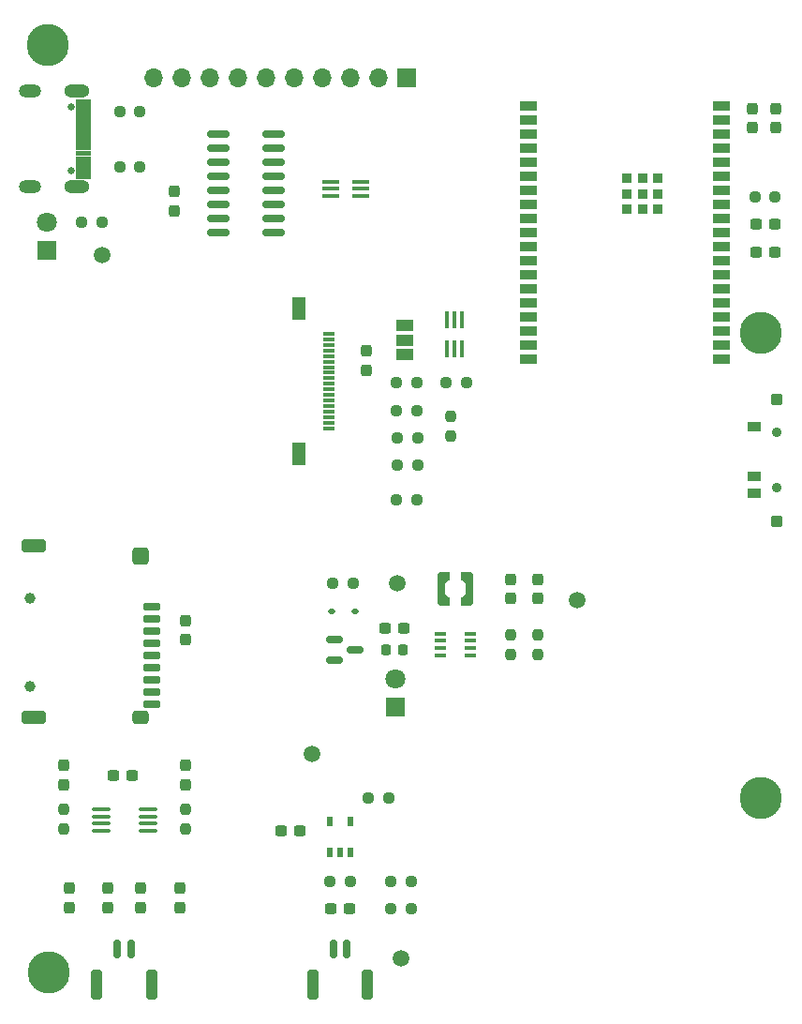
<source format=gbr>
%TF.GenerationSoftware,KiCad,Pcbnew,8.0.7*%
%TF.CreationDate,2025-01-02T12:18:17+01:00*%
%TF.ProjectId,redroid_go,72656472-6f69-4645-9f67-6f2e6b696361,rev?*%
%TF.SameCoordinates,Original*%
%TF.FileFunction,Soldermask,Bot*%
%TF.FilePolarity,Negative*%
%FSLAX46Y46*%
G04 Gerber Fmt 4.6, Leading zero omitted, Abs format (unit mm)*
G04 Created by KiCad (PCBNEW 8.0.7) date 2025-01-02 12:18:17*
%MOMM*%
%LPD*%
G01*
G04 APERTURE LIST*
G04 Aperture macros list*
%AMRoundRect*
0 Rectangle with rounded corners*
0 $1 Rounding radius*
0 $2 $3 $4 $5 $6 $7 $8 $9 X,Y pos of 4 corners*
0 Add a 4 corners polygon primitive as box body*
4,1,4,$2,$3,$4,$5,$6,$7,$8,$9,$2,$3,0*
0 Add four circle primitives for the rounded corners*
1,1,$1+$1,$2,$3*
1,1,$1+$1,$4,$5*
1,1,$1+$1,$6,$7*
1,1,$1+$1,$8,$9*
0 Add four rect primitives between the rounded corners*
20,1,$1+$1,$2,$3,$4,$5,0*
20,1,$1+$1,$4,$5,$6,$7,0*
20,1,$1+$1,$6,$7,$8,$9,0*
20,1,$1+$1,$8,$9,$2,$3,0*%
%AMFreePoly0*
4,1,11,0.760000,0.825000,0.380000,0.510000,0.380000,-0.510000,0.760000,-0.825000,0.760000,-1.525000,-0.125000,-1.525000,-0.380000,-1.270000,-0.380000,1.270000,-0.125000,1.525000,0.760000,1.525000,0.760000,0.825000,0.760000,0.825000,$1*%
G04 Aperture macros list end*
%ADD10C,0.010000*%
%ADD11R,1.004699X0.355600*%
%ADD12R,1.498600X0.889000*%
%ADD13R,0.889000X0.889000*%
%ADD14R,1.000000X0.300000*%
%ADD15R,1.300000X2.000000*%
%ADD16C,1.500000*%
%ADD17C,3.800000*%
%ADD18R,1.700000X1.700000*%
%ADD19O,1.700000X1.700000*%
%ADD20R,1.800000X1.800000*%
%ADD21C,1.800000*%
%ADD22RoundRect,0.237500X-0.300000X-0.237500X0.300000X-0.237500X0.300000X0.237500X-0.300000X0.237500X0*%
%ADD23RoundRect,0.237500X0.250000X0.237500X-0.250000X0.237500X-0.250000X-0.237500X0.250000X-0.237500X0*%
%ADD24RoundRect,0.237500X0.237500X-0.300000X0.237500X0.300000X-0.237500X0.300000X-0.237500X-0.300000X0*%
%ADD25RoundRect,0.237500X0.237500X-0.287500X0.237500X0.287500X-0.237500X0.287500X-0.237500X-0.287500X0*%
%ADD26RoundRect,0.112500X0.187500X0.112500X-0.187500X0.112500X-0.187500X-0.112500X0.187500X-0.112500X0*%
%ADD27R,0.508000X0.914400*%
%ADD28RoundRect,0.237500X-0.237500X0.300000X-0.237500X-0.300000X0.237500X-0.300000X0.237500X0.300000X0*%
%ADD29RoundRect,0.237500X-0.250000X-0.237500X0.250000X-0.237500X0.250000X0.237500X-0.250000X0.237500X0*%
%ADD30RoundRect,0.150000X0.150000X0.700000X-0.150000X0.700000X-0.150000X-0.700000X0.150000X-0.700000X0*%
%ADD31RoundRect,0.250000X0.250000X1.100000X-0.250000X1.100000X-0.250000X-1.100000X0.250000X-1.100000X0*%
%ADD32C,0.650000*%
%ADD33O,2.304000X1.204000*%
%ADD34O,2.004000X1.204000*%
%ADD35C,0.900000*%
%ADD36RoundRect,0.225000X-0.400000X0.225000X-0.400000X-0.225000X0.400000X-0.225000X0.400000X0.225000X0*%
%ADD37RoundRect,0.250000X-0.250000X0.300000X-0.250000X-0.300000X0.250000X-0.300000X0.250000X0.300000X0*%
%ADD38RoundRect,0.100000X0.712500X0.100000X-0.712500X0.100000X-0.712500X-0.100000X0.712500X-0.100000X0*%
%ADD39FreePoly0,0.000000*%
%ADD40FreePoly0,180.000000*%
%ADD41RoundRect,0.150000X-0.825000X-0.150000X0.825000X-0.150000X0.825000X0.150000X-0.825000X0.150000X0*%
%ADD42C,1.000000*%
%ADD43RoundRect,0.175000X0.625000X-0.175000X0.625000X0.175000X-0.625000X0.175000X-0.625000X-0.175000X0*%
%ADD44RoundRect,0.300000X0.450000X-0.300000X0.450000X0.300000X-0.450000X0.300000X-0.450000X-0.300000X0*%
%ADD45RoundRect,0.375000X0.375000X-0.425000X0.375000X0.425000X-0.375000X0.425000X-0.375000X-0.425000X0*%
%ADD46RoundRect,0.300000X0.800000X-0.300000X0.800000X0.300000X-0.800000X0.300000X-0.800000X-0.300000X0*%
%ADD47RoundRect,0.100000X-0.650000X-0.100000X0.650000X-0.100000X0.650000X0.100000X-0.650000X0.100000X0*%
%ADD48RoundRect,0.237500X0.300000X0.237500X-0.300000X0.237500X-0.300000X-0.237500X0.300000X-0.237500X0*%
%ADD49R,1.500000X1.000000*%
%ADD50RoundRect,0.218750X-0.218750X-0.256250X0.218750X-0.256250X0.218750X0.256250X-0.218750X0.256250X0*%
%ADD51RoundRect,0.150000X-0.587500X-0.150000X0.587500X-0.150000X0.587500X0.150000X-0.587500X0.150000X0*%
%ADD52RoundRect,0.237500X-0.237500X0.250000X-0.237500X-0.250000X0.237500X-0.250000X0.237500X0.250000X0*%
%ADD53RoundRect,0.237500X0.237500X-0.250000X0.237500X0.250000X-0.237500X0.250000X-0.237500X-0.250000X0*%
%ADD54RoundRect,0.100000X0.100000X-0.650000X0.100000X0.650000X-0.100000X0.650000X-0.100000X-0.650000X0*%
G04 APERTURE END LIST*
D10*
%TO.C,J1*%
X135380000Y-52150000D02*
X134130000Y-52150000D01*
X134130000Y-51450000D01*
X135380000Y-51450000D01*
X135380000Y-52150000D01*
G36*
X135380000Y-52150000D02*
G01*
X134130000Y-52150000D01*
X134130000Y-51450000D01*
X135380000Y-51450000D01*
X135380000Y-52150000D01*
G37*
X135380000Y-52950000D02*
X134130000Y-52950000D01*
X134130000Y-52250000D01*
X135380000Y-52250000D01*
X135380000Y-52950000D01*
G36*
X135380000Y-52950000D02*
G01*
X134130000Y-52950000D01*
X134130000Y-52250000D01*
X135380000Y-52250000D01*
X135380000Y-52950000D01*
G37*
X135380000Y-53450000D02*
X134130000Y-53450000D01*
X134130000Y-53050000D01*
X135380000Y-53050000D01*
X135380000Y-53450000D01*
G36*
X135380000Y-53450000D02*
G01*
X134130000Y-53450000D01*
X134130000Y-53050000D01*
X135380000Y-53050000D01*
X135380000Y-53450000D01*
G37*
X135380000Y-53950000D02*
X134130000Y-53950000D01*
X134130000Y-53550000D01*
X135380000Y-53550000D01*
X135380000Y-53950000D01*
G36*
X135380000Y-53950000D02*
G01*
X134130000Y-53950000D01*
X134130000Y-53550000D01*
X135380000Y-53550000D01*
X135380000Y-53950000D01*
G37*
X135380000Y-54450000D02*
X134130000Y-54450000D01*
X134130000Y-54050000D01*
X135380000Y-54050000D01*
X135380000Y-54450000D01*
G36*
X135380000Y-54450000D02*
G01*
X134130000Y-54450000D01*
X134130000Y-54050000D01*
X135380000Y-54050000D01*
X135380000Y-54450000D01*
G37*
X135380000Y-54950000D02*
X134130000Y-54950000D01*
X134130000Y-54550000D01*
X135380000Y-54550000D01*
X135380000Y-54950000D01*
G36*
X135380000Y-54950000D02*
G01*
X134130000Y-54950000D01*
X134130000Y-54550000D01*
X135380000Y-54550000D01*
X135380000Y-54950000D01*
G37*
X135380000Y-55450000D02*
X134130000Y-55450000D01*
X134130000Y-55050000D01*
X135380000Y-55050000D01*
X135380000Y-55450000D01*
G36*
X135380000Y-55450000D02*
G01*
X134130000Y-55450000D01*
X134130000Y-55050000D01*
X135380000Y-55050000D01*
X135380000Y-55450000D01*
G37*
X135380000Y-55950000D02*
X134130000Y-55950000D01*
X134130000Y-55550000D01*
X135380000Y-55550000D01*
X135380000Y-55950000D01*
G36*
X135380000Y-55950000D02*
G01*
X134130000Y-55950000D01*
X134130000Y-55550000D01*
X135380000Y-55550000D01*
X135380000Y-55950000D01*
G37*
X135380000Y-56450000D02*
X134130000Y-56450000D01*
X134130000Y-56050000D01*
X135380000Y-56050000D01*
X135380000Y-56450000D01*
G36*
X135380000Y-56450000D02*
G01*
X134130000Y-56450000D01*
X134130000Y-56050000D01*
X135380000Y-56050000D01*
X135380000Y-56450000D01*
G37*
X135380000Y-56950000D02*
X134130000Y-56950000D01*
X134130000Y-56550000D01*
X135380000Y-56550000D01*
X135380000Y-56950000D01*
G36*
X135380000Y-56950000D02*
G01*
X134130000Y-56950000D01*
X134130000Y-56550000D01*
X135380000Y-56550000D01*
X135380000Y-56950000D01*
G37*
X135380000Y-57750000D02*
X134130000Y-57750000D01*
X134130000Y-57050000D01*
X135380000Y-57050000D01*
X135380000Y-57750000D01*
G36*
X135380000Y-57750000D02*
G01*
X134130000Y-57750000D01*
X134130000Y-57050000D01*
X135380000Y-57050000D01*
X135380000Y-57750000D01*
G37*
X135380000Y-58550000D02*
X134130000Y-58550000D01*
X134130000Y-57850000D01*
X135380000Y-57850000D01*
X135380000Y-58550000D01*
G36*
X135380000Y-58550000D02*
G01*
X134130000Y-58550000D01*
X134130000Y-57850000D01*
X135380000Y-57850000D01*
X135380000Y-58550000D01*
G37*
%TD*%
D11*
%TO.C,U3*%
X167057201Y-101615448D03*
X167057201Y-100965450D03*
X167057201Y-100315448D03*
X167057201Y-99665450D03*
X169763697Y-99665450D03*
X169763697Y-100315448D03*
X169763697Y-100965450D03*
X169763697Y-101615448D03*
%TD*%
D12*
%TO.C,U1*%
X192500000Y-52000000D03*
X192500000Y-53270000D03*
X192500000Y-54540000D03*
X192500000Y-55810000D03*
X192500000Y-57080000D03*
X192500000Y-58350000D03*
X192500000Y-59620000D03*
X192500000Y-60890000D03*
X192500000Y-62160000D03*
X192500000Y-63430000D03*
X192500000Y-64700000D03*
X192500000Y-65970000D03*
X192500000Y-67240000D03*
X192500000Y-68510000D03*
X192500000Y-69780000D03*
X192500000Y-71050000D03*
X192500000Y-72320000D03*
X192500000Y-73590000D03*
X192500000Y-74860000D03*
X175000000Y-74860000D03*
X175000000Y-73590000D03*
X175000000Y-72320000D03*
X175000000Y-71050000D03*
X175000000Y-69780000D03*
X175000000Y-68510000D03*
X175000000Y-67240000D03*
X175000000Y-65970000D03*
X175000000Y-64700000D03*
X175000000Y-63430000D03*
X175000000Y-62160000D03*
X175000000Y-60890000D03*
X175000000Y-59620000D03*
X175000000Y-58350000D03*
X175000000Y-57080000D03*
X175000000Y-55810000D03*
X175000000Y-54540000D03*
X175000000Y-53270000D03*
X175000000Y-52000000D03*
D13*
X185330500Y-61335936D03*
X185330500Y-59946810D03*
X185330500Y-58557684D03*
X186719626Y-59946810D03*
X186719626Y-58557684D03*
X186719626Y-61335936D03*
X183941374Y-58557684D03*
X183941374Y-59946810D03*
X183941374Y-61335936D03*
%TD*%
D14*
%TO.C,J2*%
X156950000Y-81099999D03*
X156950000Y-80600000D03*
X156950000Y-80099999D03*
X156950000Y-79600000D03*
X156950000Y-79099998D03*
X156950000Y-78599999D03*
X156950000Y-78100000D03*
X156950000Y-77599998D03*
X156950000Y-77100000D03*
X156950000Y-76599998D03*
X156950000Y-76099999D03*
X156950000Y-75600000D03*
X156950000Y-75099998D03*
X156950000Y-74599999D03*
X156950000Y-74099998D03*
X156950000Y-73599999D03*
X156950000Y-73100000D03*
X156950000Y-72599998D03*
D15*
X154250001Y-83399992D03*
X154250001Y-70300008D03*
%TD*%
D16*
%TO.C,TP11*%
X155500000Y-110500000D03*
%TD*%
D17*
%TO.C,H4*%
X196050000Y-72500000D03*
%TD*%
%TO.C,H3*%
X131650000Y-130250000D03*
%TD*%
%TO.C,H2*%
X131550000Y-46500000D03*
%TD*%
%TO.C,H1*%
X196000000Y-114500000D03*
%TD*%
D18*
%TO.C,J4*%
X164000000Y-49500000D03*
D19*
X161460000Y-49500000D03*
X158920000Y-49500000D03*
X156380000Y-49500000D03*
X153840000Y-49500000D03*
X151300000Y-49500000D03*
X148760000Y-49500000D03*
X146220000Y-49500000D03*
X143680000Y-49500000D03*
X141140000Y-49500000D03*
%TD*%
D20*
%TO.C,D3*%
X163000000Y-106270000D03*
D21*
X163000000Y-103730000D03*
%TD*%
D20*
%TO.C,D2*%
X131500000Y-65040000D03*
D21*
X131500000Y-62500000D03*
%TD*%
D16*
%TO.C,TP13*%
X163500000Y-129000000D03*
%TD*%
D22*
%TO.C,C20*%
X195587500Y-65200000D03*
X197312500Y-65200000D03*
%TD*%
D23*
%TO.C,R10*%
X164412500Y-122000000D03*
X162587500Y-122000000D03*
%TD*%
D24*
%TO.C,C3*%
X173410449Y-96502949D03*
X173410449Y-94777949D03*
%TD*%
D25*
%TO.C,FB2*%
X137000000Y-124375000D03*
X137000000Y-122625000D03*
%TD*%
D26*
%TO.C,D1*%
X159322949Y-97640449D03*
X157222949Y-97640449D03*
%TD*%
D27*
%TO.C,U4*%
X158950001Y-119397000D03*
X158000000Y-119397000D03*
X157049999Y-119397000D03*
X157049999Y-116603000D03*
X158950001Y-116603000D03*
%TD*%
D28*
%TO.C,C14*%
X133500000Y-122637500D03*
X133500000Y-124362500D03*
%TD*%
D16*
%TO.C,TP14*%
X136500000Y-65500000D03*
%TD*%
D29*
%TO.C,R2*%
X138087500Y-52500000D03*
X139912500Y-52500000D03*
%TD*%
D30*
%TO.C,BT1*%
X158625000Y-128150000D03*
X157375000Y-128150000D03*
D31*
X160475000Y-131350000D03*
X155525000Y-131350000D03*
%TD*%
D32*
%TO.C,J1*%
X133680000Y-57890000D03*
X133680000Y-52110000D03*
D33*
X134180000Y-59320000D03*
X134180000Y-50680000D03*
D34*
X130000000Y-59320000D03*
X130000000Y-50680000D03*
%TD*%
D35*
%TO.C,SW11*%
X197500000Y-81500000D03*
X197500000Y-86500000D03*
D36*
X195425000Y-81000000D03*
X195425000Y-85500000D03*
X195425000Y-87000000D03*
D37*
X197500000Y-78500000D03*
X197500000Y-89500000D03*
%TD*%
D29*
%TO.C,R21*%
X163087500Y-77000000D03*
X164912500Y-77000000D03*
%TD*%
D28*
%TO.C,C1*%
X143050000Y-59737500D03*
X143050000Y-61462500D03*
%TD*%
D24*
%TO.C,C11*%
X144000000Y-113275000D03*
X144000000Y-111550000D03*
%TD*%
D23*
%TO.C,R25*%
X165000000Y-82000000D03*
X163175000Y-82000000D03*
%TD*%
D16*
%TO.C,TP1*%
X179410449Y-96640449D03*
%TD*%
D38*
%TO.C,PAM8403*%
X140612500Y-115525000D03*
X140612500Y-116175000D03*
X140612500Y-116825000D03*
X140612500Y-117475000D03*
X136387500Y-117475000D03*
X136387500Y-116825000D03*
X136387500Y-116175000D03*
X136387500Y-115525000D03*
%TD*%
D39*
%TO.C,L1*%
X167140449Y-95640449D03*
D40*
X169680449Y-95640449D03*
%TD*%
D23*
%TO.C,R17*%
X197312500Y-60200000D03*
X195487500Y-60200000D03*
%TD*%
D41*
%TO.C,U2*%
X147025000Y-63445000D03*
X147025000Y-62175000D03*
X147025000Y-60905000D03*
X147025000Y-59635000D03*
X147025000Y-58365000D03*
X147025000Y-57095000D03*
X147025000Y-55825000D03*
X147025000Y-54555000D03*
X151975000Y-54555000D03*
X151975000Y-55825000D03*
X151975000Y-57095000D03*
X151975000Y-58365000D03*
X151975000Y-59635000D03*
X151975000Y-60905000D03*
X151975000Y-62175000D03*
X151975000Y-63445000D03*
%TD*%
D25*
%TO.C,FB1*%
X140000000Y-124375000D03*
X140000000Y-122625000D03*
%TD*%
D22*
%TO.C,C9*%
X195587500Y-62700000D03*
X197312500Y-62700000D03*
%TD*%
D42*
%TO.C,U6*%
X129950000Y-104450000D03*
X129950000Y-96450000D03*
D43*
X140950000Y-97250000D03*
X140950000Y-98350000D03*
X140950000Y-99450000D03*
X140950000Y-100550000D03*
X140950000Y-101650000D03*
X140950000Y-102750000D03*
X140950000Y-103850000D03*
X140950000Y-104950000D03*
X140950000Y-106050000D03*
D44*
X139950000Y-107250000D03*
D45*
X139950000Y-92650000D03*
D46*
X130350000Y-107250000D03*
X130350000Y-91750000D03*
%TD*%
D29*
%TO.C,R6*%
X160587500Y-114500000D03*
X162412500Y-114500000D03*
%TD*%
%TO.C,R1*%
X138087500Y-57500000D03*
X139912500Y-57500000D03*
%TD*%
D23*
%TO.C,R8*%
X136500000Y-62500000D03*
X134675000Y-62500000D03*
%TD*%
%TO.C,R20*%
X169412500Y-77000000D03*
X167587500Y-77000000D03*
%TD*%
D24*
%TO.C,C7*%
X195250000Y-53962500D03*
X195250000Y-52237500D03*
%TD*%
D23*
%TO.C,R19*%
X165000000Y-84450000D03*
X163175000Y-84450000D03*
%TD*%
D47*
%TO.C,Q1*%
X157170000Y-60150000D03*
X157170000Y-59500000D03*
X157170000Y-58850000D03*
X159830000Y-58850000D03*
X159830000Y-59500000D03*
X159830000Y-60150000D03*
%TD*%
D23*
%TO.C,R24*%
X164912500Y-79500000D03*
X163087500Y-79500000D03*
%TD*%
D48*
%TO.C,C13*%
X139225000Y-112500000D03*
X137500000Y-112500000D03*
%TD*%
D28*
%TO.C,C15*%
X143500000Y-122637500D03*
X143500000Y-124362500D03*
%TD*%
D24*
%TO.C,C8*%
X197400000Y-53962500D03*
X197400000Y-52237500D03*
%TD*%
D49*
%TO.C,JP1*%
X163887500Y-74450000D03*
X163887500Y-73150000D03*
X163887500Y-71850000D03*
%TD*%
D29*
%TO.C,R9*%
X162587500Y-124500000D03*
X164412500Y-124500000D03*
%TD*%
D50*
%TO.C,F1*%
X162122949Y-101140449D03*
X163697949Y-101140449D03*
%TD*%
D51*
%TO.C,Q2*%
X157472949Y-102090449D03*
X157472949Y-100190449D03*
X159347949Y-101140449D03*
%TD*%
D23*
%TO.C,R26*%
X164950000Y-87600000D03*
X163125000Y-87600000D03*
%TD*%
D24*
%TO.C,C10*%
X160362500Y-75862500D03*
X160362500Y-74137500D03*
%TD*%
D16*
%TO.C,TP2*%
X163140449Y-95140449D03*
%TD*%
D28*
%TO.C,C16*%
X144000000Y-98500000D03*
X144000000Y-100225000D03*
%TD*%
D52*
%TO.C,R19*%
X168000000Y-80000000D03*
X168000000Y-81825000D03*
%TD*%
D48*
%TO.C,C6*%
X158862500Y-124500000D03*
X157137500Y-124500000D03*
%TD*%
D52*
%TO.C,R4*%
X173410449Y-99727949D03*
X173410449Y-101552949D03*
%TD*%
D28*
%TO.C,C12*%
X133000000Y-111550000D03*
X133000000Y-113275000D03*
%TD*%
D52*
%TO.C,R23*%
X133000000Y-115500000D03*
X133000000Y-117325000D03*
%TD*%
D29*
%TO.C,R3*%
X157360449Y-95140449D03*
X159185449Y-95140449D03*
%TD*%
D53*
%TO.C,R5*%
X175910449Y-101552949D03*
X175910449Y-99727949D03*
%TD*%
D24*
%TO.C,C4*%
X175910449Y-96502949D03*
X175910449Y-94777949D03*
%TD*%
D53*
%TO.C,R22*%
X144000000Y-117325000D03*
X144000000Y-115500000D03*
%TD*%
D29*
%TO.C,R7*%
X157087500Y-122000000D03*
X158912500Y-122000000D03*
%TD*%
D48*
%TO.C,C5*%
X154362500Y-117500000D03*
X152637500Y-117500000D03*
%TD*%
%TO.C,C2*%
X163772949Y-99140449D03*
X162047949Y-99140449D03*
%TD*%
D30*
%TO.C,J3*%
X139125000Y-128150000D03*
X137875000Y-128150000D03*
D31*
X140975000Y-131350000D03*
X136025000Y-131350000D03*
%TD*%
D54*
%TO.C,Q3*%
X168987500Y-73980000D03*
X168337500Y-73980000D03*
X167687500Y-73980000D03*
X167687500Y-71320000D03*
X168337500Y-71320000D03*
X168987500Y-71320000D03*
%TD*%
M02*

</source>
